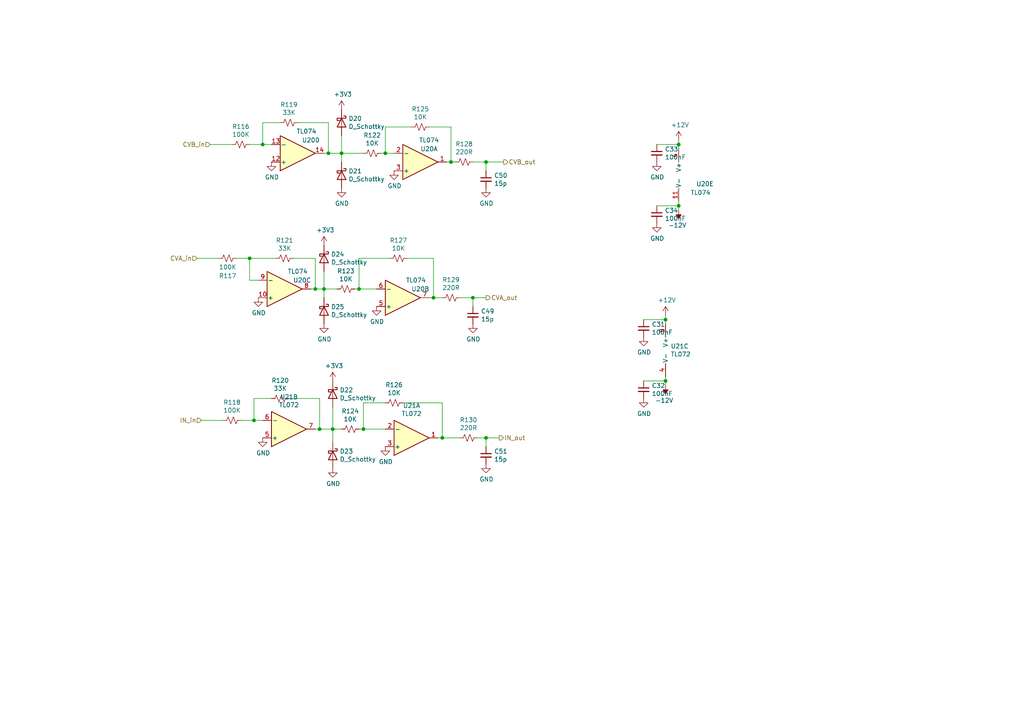
<source format=kicad_sch>
(kicad_sch (version 20211123) (generator eeschema)
  (paper "A4")
  (lib_symbols
    (symbol "Amplifier_Operational:TL072" (pin_names (offset 0.127))
      (property "Reference" "U" (at 0 5.08 0))
      (property "Value" "TL072" (at 0 -5.08 0))
      (symbol "TL072_1_1"
        (polyline (pts (xy -5.08 5.08) (xy 5.08 0) (xy -5.08 -5.08) (xy -5.08 5.08)) (stroke (width 0.254)) (fill (type background)))
        (pin output line (at 7.62 0 180) (length 2.54) (name "~") (number "1"))
        (pin input line (at -7.62 -2.54 0) (length 2.54) (name "-") (number "2"))
        (pin input line (at -7.62 2.54 0) (length 2.54) (name "+") (number "3"))
      )
      (symbol "TL072_2_1"
        (polyline (pts (xy -5.08 5.08) (xy 5.08 0) (xy -5.08 -5.08) (xy -5.08 5.08)) (stroke (width 0.254)) (fill (type background)))
        (pin input line (at -7.62 2.54 0) (length 2.54) (name "+") (number "5"))
        (pin input line (at -7.62 -2.54 0) (length 2.54) (name "-") (number "6"))
        (pin output line (at 7.62 0 180) (length 2.54) (name "~") (number "7"))
      )
      (symbol "TL072_3_1"
        (pin power_in line (at -2.54 -7.62 90) (length 3.81) (name "V-") (number "4"))
        (pin power_in line (at -2.54 7.62 270) (length 3.81) (name "V+") (number "8"))
      )
    )
    (symbol "Amplifier_Operational:TL074" (pin_names (offset 0.127))
      (property "Reference" "U" (at 0 5.08 0))
      (property "Value" "TL074" (at 0 -5.08 0))
      (symbol "TL074_1_1"
        (polyline (pts (xy -5.08 5.08) (xy 5.08 0) (xy -5.08 -5.08) (xy -5.08 5.08)) (stroke (width 0.254)) (fill (type background)))
        (pin output line (at 7.62 0 180) (length 2.54) (name "~") (number "1"))
        (pin input line (at -7.62 -2.54 0) (length 2.54) (name "-") (number "2"))
        (pin input line (at -7.62 2.54 0) (length 2.54) (name "+") (number "3"))
      )
      (symbol "TL074_2_1"
        (polyline (pts (xy -5.08 5.08) (xy 5.08 0) (xy -5.08 -5.08) (xy -5.08 5.08)) (stroke (width 0.254)) (fill (type background)))
        (pin input line (at -7.62 2.54 0) (length 2.54) (name "+") (number "5"))
        (pin input line (at -7.62 -2.54 0) (length 2.54) (name "-") (number "6"))
        (pin output line (at 7.62 0 180) (length 2.54) (name "~") (number "7"))
      )
      (symbol "TL074_3_1"
        (polyline (pts (xy -5.08 5.08) (xy 5.08 0) (xy -5.08 -5.08) (xy -5.08 5.08)) (stroke (width 0.254)) (fill (type background)))
        (pin input line (at -7.62 2.54 0) (length 2.54) (name "+") (number "10"))
        (pin output line (at 7.62 0 180) (length 2.54) (name "~") (number "8"))
        (pin input line (at -7.62 -2.54 0) (length 2.54) (name "-") (number "9"))
      )
      (symbol "TL074_4_1"
        (polyline (pts (xy -5.08 5.08) (xy 5.08 0) (xy -5.08 -5.08) (xy -5.08 5.08)) (stroke (width 0.254)) (fill (type background)))
        (pin input line (at -7.62 2.54 0) (length 2.54) (name "+") (number "12"))
        (pin input line (at -7.62 -2.54 0) (length 2.54) (name "-") (number "13"))
        (pin output line (at 7.62 0 180) (length 2.54) (name "~") (number "14"))
      )
      (symbol "TL074_5_1"
        (pin power_in line (at -2.54 -7.62 90) (length 3.81) (name "V-") (number "11"))
        (pin power_in line (at -2.54 7.62 270) (length 3.81) (name "V+") (number "4"))
      )
    )
    (symbol "Device:C_Small" (pin_numbers hide) (pin_names (offset 0.254) hide)
      (property "Reference" "C" (at 0.254 1.778 0))
      (property "Value" "C_Small" (at 0.254 -2.032 0))
      (symbol "C_Small_0_1"
        (polyline (pts (xy -1.524 -0.508) (xy 1.524 -0.508)) (stroke (width 0.3302)))
        (polyline (pts (xy -1.524 0.508) (xy 1.524 0.508)) (stroke (width 0.3048)))
      )
      (symbol "C_Small_1_1"
        (pin passive line (at 0 2.54 270) (length 2.032) (name "~") (number "1"))
        (pin passive line (at 0 -2.54 90) (length 2.032) (name "~") (number "2"))
      )
    )
    (symbol "Device:D_Schottky" (pin_numbers hide) (pin_names (offset 1.016) hide)
      (property "Reference" "D" (at 0 2.54 0))
      (property "Value" "D_Schottky" (at 0 -2.54 0))
      (symbol "D_Schottky_0_1"
        (polyline (pts (xy 1.27 0) (xy -1.27 0)))
        (polyline (pts (xy 1.27 1.27) (xy 1.27 -1.27) (xy -1.27 0) (xy 1.27 1.27)) (stroke (width 0.254)))
        (polyline (pts (xy -1.905 0.635) (xy -1.905 1.27) (xy -1.27 1.27) (xy -1.27 -1.27) (xy -0.635 -1.27) (xy -0.635 -0.635)) (stroke (width 0.254)))
      )
      (symbol "D_Schottky_1_1"
        (pin passive line (at -3.81 0 0) (length 2.54) (name "K") (number "1"))
        (pin passive line (at 3.81 0 180) (length 2.54) (name "A") (number "2"))
      )
    )
    (symbol "Device:R_Small_US" (pin_numbers hide) (pin_names (offset 0.254) hide)
      (property "Reference" "R" (at 0.762 0.508 0))
      (property "Value" "R_Small_US" (at 0.762 -1.016 0))
      (symbol "R_Small_US_1_1"
        (polyline (pts (xy 0 0) (xy 1.016 -0.381) (xy 0 -0.762) (xy -1.016 -1.143) (xy 0 -1.524)))
        (polyline (pts (xy 0 1.524) (xy 1.016 1.143) (xy 0 0.762) (xy -1.016 0.381) (xy 0 0)))
        (pin passive line (at 0 2.54 270) (length 1.016) (name "~") (number "1"))
        (pin passive line (at 0 -2.54 90) (length 1.016) (name "~") (number "2"))
      )
    )
    (symbol "power:+12V" (power) (pin_names (offset 0))
      (property "Value" "+12V" (at 0 3.556 0))
      (symbol "+12V_0_1"
        (polyline (pts (xy -0.762 1.27) (xy 0 2.54)))
        (polyline (pts (xy 0 0) (xy 0 2.54)))
        (polyline (pts (xy 0 2.54) (xy 0.762 1.27)))
      )
      (symbol "+12V_1_1"
        (pin power_in line (at 0 0 90) (length 0) hide (name "+12V") (number "1"))
      )
    )
    (symbol "power:+3.3V" (power) (pin_names (offset 0))
      (property "Value" "+3.3V" (at 0 3.556 0))
      (symbol "+3.3V_0_1"
        (polyline (pts (xy -0.762 1.27) (xy 0 2.54)))
        (polyline (pts (xy 0 0) (xy 0 2.54)))
        (polyline (pts (xy 0 2.54) (xy 0.762 1.27)))
      )
      (symbol "+3.3V_1_1"
        (pin power_in line (at 0 0 90) (length 0) hide (name "+3V3") (number "1"))
      )
    )
    (symbol "power:-12V" (power) (pin_names (offset 0))
      (property "Value" "-12V" (at 0 3.81 0))
      (symbol "-12V_0_0"
        (pin power_in line (at 0 0 90) (length 0) hide (name "-12V") (number "1"))
      )
      (symbol "-12V_0_1"
        (polyline (pts (xy 0 0) (xy 0 1.27) (xy 0.762 1.27) (xy 0 2.54) (xy -0.762 1.27) (xy 0 1.27)) (fill (type outline)))
      )
    )
    (symbol "power:GND" (power) (pin_names (offset 0))
      (property "Value" "GND" (at 0 -3.81 0))
      (symbol "GND_0_1"
        (polyline (pts (xy 0 0) (xy 0 -1.27) (xy 1.27 -1.27) (xy 0 -2.54) (xy -1.27 -1.27) (xy 0 -1.27)))
      )
      (symbol "GND_1_1"
        (pin power_in line (at 0 0 270) (length 0) hide (name "GND") (number "1"))
      )
    )
  )
  (junction (at 91.44 83.82))
  (junction (at 93.98 83.82))
  (junction (at 140.97 46.99))
  (junction (at 140.97 127))
  (junction (at 137.16 86.36))
  (junction (at 99.06 44.45))
  (junction (at 73.66 121.92))
  (junction (at 193.04 110.49))
  (junction (at 72.39 74.93))
  (junction (at 196.85 59.69))
  (junction (at 105.41 124.46))
  (junction (at 95.25 44.45))
  (junction (at 92.71 124.46))
  (junction (at 130.81 46.99))
  (junction (at 193.04 92.71))
  (junction (at 104.14 83.82))
  (junction (at 111.76 44.45))
  (junction (at 76.2 41.91))
  (junction (at 125.73 86.36))
  (junction (at 128.27 127))
  (junction (at 196.85 41.91))
  (junction (at 96.52 124.46))
  (wire (pts (xy 116.84 116.84) (xy 128.27 116.84)))
  (wire (pts (xy 99.06 39.37) (xy 99.06 44.45)))
  (wire (pts (xy 196.85 59.69) (xy 196.85 60.96)))
  (wire (pts (xy 73.66 121.92) (xy 76.2 121.92)))
  (wire (pts (xy 132.08 46.99) (xy 130.81 46.99)))
  (wire (pts (xy 196.85 58.42) (xy 196.85 59.69)))
  (wire (pts (xy 137.16 88.9) (xy 137.16 86.36)))
  (wire (pts (xy 124.46 86.36) (xy 125.73 86.36)))
  (wire (pts (xy 104.14 74.93) (xy 104.14 83.82)))
  (wire (pts (xy 193.04 92.71) (xy 193.04 93.98)))
  (wire (pts (xy 105.41 116.84) (xy 105.41 124.46)))
  (wire (pts (xy 92.71 115.57) (xy 92.71 124.46)))
  (wire (pts (xy 93.98 83.82) (xy 97.79 83.82)))
  (wire (pts (xy 190.5 41.91) (xy 196.85 41.91)))
  (wire (pts (xy 91.44 124.46) (xy 92.71 124.46)))
  (wire (pts (xy 95.25 44.45) (xy 99.06 44.45)))
  (wire (pts (xy 196.85 41.91) (xy 196.85 43.18)))
  (wire (pts (xy 133.35 127) (xy 128.27 127)))
  (wire (pts (xy 125.73 74.93) (xy 125.73 86.36)))
  (wire (pts (xy 93.98 86.36) (xy 93.98 83.82)))
  (wire (pts (xy 110.49 44.45) (xy 111.76 44.45)))
  (wire (pts (xy 96.52 124.46) (xy 96.52 118.11)))
  (wire (pts (xy 76.2 35.56) (xy 81.28 35.56)))
  (wire (pts (xy 193.04 110.49) (xy 193.04 111.76)))
  (wire (pts (xy 105.41 124.46) (xy 111.76 124.46)))
  (wire (pts (xy 64.77 121.92) (xy 58.42 121.92)))
  (wire (pts (xy 67.31 41.91) (xy 60.96 41.91)))
  (wire (pts (xy 140.97 86.36) (xy 137.16 86.36)))
  (wire (pts (xy 86.36 35.56) (xy 95.25 35.56)))
  (wire (pts (xy 99.06 44.45) (xy 105.41 44.45)))
  (wire (pts (xy 93.98 83.82) (xy 93.98 78.74)))
  (wire (pts (xy 186.69 110.49) (xy 193.04 110.49)))
  (wire (pts (xy 137.16 86.36) (xy 133.35 86.36)))
  (wire (pts (xy 63.5 74.93) (xy 57.15 74.93)))
  (wire (pts (xy 104.14 83.82) (xy 109.22 83.82)))
  (wire (pts (xy 76.2 41.91) (xy 78.74 41.91)))
  (wire (pts (xy 92.71 124.46) (xy 96.52 124.46)))
  (wire (pts (xy 72.39 81.28) (xy 74.93 81.28)))
  (wire (pts (xy 124.46 36.83) (xy 130.81 36.83)))
  (wire (pts (xy 186.69 92.71) (xy 193.04 92.71)))
  (wire (pts (xy 72.39 74.93) (xy 72.39 81.28)))
  (wire (pts (xy 95.25 35.56) (xy 95.25 44.45)))
  (wire (pts (xy 127 127) (xy 128.27 127)))
  (wire (pts (xy 72.39 41.91) (xy 76.2 41.91)))
  (wire (pts (xy 140.97 129.54) (xy 140.97 127)))
  (wire (pts (xy 113.03 74.93) (xy 104.14 74.93)))
  (wire (pts (xy 193.04 109.22) (xy 193.04 110.49)))
  (wire (pts (xy 99.06 46.99) (xy 99.06 44.45)))
  (wire (pts (xy 190.5 59.69) (xy 196.85 59.69)))
  (wire (pts (xy 91.44 74.93) (xy 91.44 83.82)))
  (wire (pts (xy 130.81 36.83) (xy 130.81 46.99)))
  (wire (pts (xy 73.66 121.92) (xy 73.66 115.57)))
  (wire (pts (xy 96.52 124.46) (xy 99.06 124.46)))
  (wire (pts (xy 69.85 121.92) (xy 73.66 121.92)))
  (wire (pts (xy 138.43 127) (xy 140.97 127)))
  (wire (pts (xy 80.01 74.93) (xy 72.39 74.93)))
  (wire (pts (xy 137.16 46.99) (xy 140.97 46.99)))
  (wire (pts (xy 140.97 49.53) (xy 140.97 46.99)))
  (wire (pts (xy 128.27 116.84) (xy 128.27 127)))
  (wire (pts (xy 73.66 115.57) (xy 78.74 115.57)))
  (wire (pts (xy 96.52 128.27) (xy 96.52 124.46)))
  (wire (pts (xy 119.38 36.83) (xy 111.76 36.83)))
  (wire (pts (xy 193.04 91.44) (xy 193.04 92.71)))
  (wire (pts (xy 102.87 83.82) (xy 104.14 83.82)))
  (wire (pts (xy 111.76 36.83) (xy 111.76 44.45)))
  (wire (pts (xy 140.97 46.99) (xy 146.05 46.99)))
  (wire (pts (xy 118.11 74.93) (xy 125.73 74.93)))
  (wire (pts (xy 76.2 41.91) (xy 76.2 35.56)))
  (wire (pts (xy 129.54 46.99) (xy 130.81 46.99)))
  (wire (pts (xy 140.97 127) (xy 144.78 127)))
  (wire (pts (xy 68.58 74.93) (xy 72.39 74.93)))
  (wire (pts (xy 128.27 86.36) (xy 125.73 86.36)))
  (wire (pts (xy 83.82 115.57) (xy 92.71 115.57)))
  (wire (pts (xy 93.98 44.45) (xy 95.25 44.45)))
  (wire (pts (xy 111.76 116.84) (xy 105.41 116.84)))
  (wire (pts (xy 91.44 83.82) (xy 93.98 83.82)))
  (wire (pts (xy 104.14 124.46) (xy 105.41 124.46)))
  (wire (pts (xy 85.09 74.93) (xy 91.44 74.93)))
  (wire (pts (xy 196.85 40.64) (xy 196.85 41.91)))
  (wire (pts (xy 90.17 83.82) (xy 91.44 83.82)))
  (wire (pts (xy 111.76 44.45) (xy 114.3 44.45)))
  (hierarchical_label "CVB_out" (shape output) (at 146.05 46.99 0))
  (hierarchical_label "CVA_out" (shape output) (at 140.97 86.36 0))
  (hierarchical_label "CVA_in" (shape input) (at 57.15 74.93 180))
  (hierarchical_label "IN_out" (shape output) (at 144.78 127 0))
  (hierarchical_label "IN_in" (shape input) (at 58.42 121.92 180))
  (hierarchical_label "CVB_in" (shape input) (at 60.96 41.91 180))
  (symbol (lib_id "Amplifier_Operational:TL074") (at 86.36 44.45 0) (mirror x) (unit 4)
    (property "Reference" "U20" (at 90.17 40.64 0))
    (property "Value" "TL074" (at 88.9 38.1 0))
    (property "Footprint" "Package_SO:SOIC-14_3.9x8.7mm_P1.27mm" (effects hide))
    (property "Datasheet" "http://www.ti.com/lit/ds/symlink/tl071.pdf" (effects hide))
  )
  (symbol (lib_id "Amplifier_Operational:TL074") (at 82.55 83.82 0) (mirror x) (unit 3)
    (property "Reference" "U20" (at 87.63 81.28 0))
    (property "Value" "TL074" (at 86.36 78.74 0))
    (property "Footprint" "Package_SO:SOIC-14_3.9x8.7mm_P1.27mm" (effects hide))
    (property "Datasheet" "http://www.ti.com/lit/ds/symlink/tl071.pdf" (effects hide))
  )
  (symbol (lib_id "Amplifier_Operational:TL074") (at 121.92 46.99 0) (mirror x) (unit 1)
    (property "Reference" "U20" (at 124.46 43.18 0))
    (property "Value" "TL074" (at 124.46 40.64 0))
    (property "Footprint" "Package_SO:SOIC-14_3.9x8.7mm_P1.27mm" (effects hide))
    (property "Datasheet" "http://www.ti.com/lit/ds/symlink/tl071.pdf" (effects hide))
  )
  (symbol (lib_id "Amplifier_Operational:TL074") (at 116.84 86.36 0) (mirror x) (unit 2)
    (property "Reference" "U20" (at 121.92 83.82 0))
    (property "Value" "TL074" (at 120.65 81.28 0))
    (property "Footprint" "Package_SO:SOIC-14_3.9x8.7mm_P1.27mm" (effects hide))
    (property "Datasheet" "http://www.ti.com/lit/ds/symlink/tl071.pdf" (effects hide))
  )
  (symbol (lib_id "Device:R_Small_US") (at 69.85 41.91 270) (unit 1)
    (property "Reference" "R116" (at 69.85 36.703 90))
    (property "Value" "100K" (at 69.85 39.0144 90))
    (property "Footprint" "Resistor_SMD:R_0805_2012Metric_Pad1.15x1.40mm_HandSolder" (effects hide))
  )
  (symbol (lib_id "Device:R_Small_US") (at 66.04 74.93 270) (unit 1)
    (property "Reference" "R117" (at 66.04 80.01 90))
    (property "Value" "100K" (at 66.04 77.47 90))
    (property "Footprint" "Resistor_SMD:R_0805_2012Metric_Pad1.15x1.40mm_HandSolder" (effects hide))
  )
  (symbol (lib_id "power:GND") (at 78.74 46.99 0) (unit 1)
    (property "Reference" "#PWR0212" (effects hide))
    (property "Value" "GND" (at 78.867 51.3842 0))
  )
  (symbol (lib_id "power:GND") (at 74.93 86.36 0) (unit 1)
    (property "Reference" "#PWR0213" (effects hide))
    (property "Value" "GND" (at 75.057 90.7542 0))
  )
  (symbol (lib_id "power:GND") (at 109.22 88.9 0) (unit 1)
    (property "Reference" "#PWR0214" (effects hide))
    (property "Value" "GND" (at 109.347 93.2942 0))
  )
  (symbol (lib_id "power:GND") (at 114.3 49.53 0) (unit 1)
    (property "Reference" "#PWR0215" (effects hide))
    (property "Value" "GND" (at 114.427 53.9242 0))
  )
  (symbol (lib_id "Device:R_Small_US") (at 83.82 35.56 270) (unit 1)
    (property "Reference" "R119" (at 83.82 30.353 90))
    (property "Value" "33K" (at 83.82 32.6644 90))
    (property "Footprint" "Resistor_SMD:R_0805_2012Metric_Pad1.15x1.40mm_HandSolder" (effects hide))
  )
  (symbol (lib_id "Device:R_Small_US") (at 107.95 44.45 270) (unit 1)
    (property "Reference" "R122" (at 107.95 39.243 90))
    (property "Value" "10K" (at 107.95 41.5544 90))
    (property "Footprint" "Resistor_SMD:R_0805_2012Metric_Pad1.15x1.40mm_HandSolder" (effects hide))
  )
  (symbol (lib_id "Device:R_Small_US") (at 121.92 36.83 270) (unit 1)
    (property "Reference" "R125" (at 121.92 31.623 90))
    (property "Value" "10K" (at 121.92 33.9344 90))
    (property "Footprint" "Resistor_SMD:R_0805_2012Metric_Pad1.15x1.40mm_HandSolder" (effects hide))
  )
  (symbol (lib_id "Device:R_Small_US") (at 82.55 74.93 270) (unit 1)
    (property "Reference" "R121" (at 82.55 69.723 90))
    (property "Value" "33K" (at 82.55 72.0344 90))
    (property "Footprint" "Resistor_SMD:R_0805_2012Metric_Pad1.15x1.40mm_HandSolder" (effects hide))
  )
  (symbol (lib_id "Device:R_Small_US") (at 100.33 83.82 270) (unit 1)
    (property "Reference" "R123" (at 100.33 78.613 90))
    (property "Value" "10K" (at 100.33 80.9244 90))
    (property "Footprint" "Resistor_SMD:R_0805_2012Metric_Pad1.15x1.40mm_HandSolder" (effects hide))
  )
  (symbol (lib_id "Device:R_Small_US") (at 115.57 74.93 270) (unit 1)
    (property "Reference" "R127" (at 115.57 69.723 90))
    (property "Value" "10K" (at 115.57 72.0344 90))
    (property "Footprint" "Resistor_SMD:R_0805_2012Metric_Pad1.15x1.40mm_HandSolder" (effects hide))
  )
  (symbol (lib_id "Device:R_Small_US") (at 130.81 86.36 270) (unit 1)
    (property "Reference" "R129" (at 130.81 81.153 90))
    (property "Value" "220R" (at 130.81 83.4644 90))
    (property "Footprint" "Resistor_SMD:R_0805_2012Metric_Pad1.15x1.40mm_HandSolder" (effects hide))
  )
  (symbol (lib_id "Device:R_Small_US") (at 134.62 46.99 270) (unit 1)
    (property "Reference" "R128" (at 134.62 41.783 90))
    (property "Value" "220R" (at 134.62 44.0944 90))
    (property "Footprint" "Resistor_SMD:R_0805_2012Metric_Pad1.15x1.40mm_HandSolder" (effects hide))
  )
  (symbol (lib_id "power:GND") (at 99.06 54.61 0) (unit 1)
    (property "Reference" "#PWR0216" (effects hide))
    (property "Value" "GND" (at 99.187 59.0042 0))
  )
  (symbol (lib_id "power:GND") (at 93.98 93.98 0) (unit 1)
    (property "Reference" "#PWR0217" (effects hide))
    (property "Value" "GND" (at 94.107 98.3742 0))
  )
  (symbol (lib_id "power:+3.3V") (at 99.06 31.75 0) (unit 1)
    (property "Reference" "#PWR0218" (effects hide))
    (property "Value" "+3.3V" (at 99.441 27.3558 0))
  )
  (symbol (lib_id "power:+3.3V") (at 93.98 71.12 0) (unit 1)
    (property "Reference" "#PWR0219" (effects hide))
    (property "Value" "+3.3V" (at 94.361 66.7258 0))
  )
  (symbol (lib_id "Device:R_Small_US") (at 67.31 121.92 270) (unit 1)
    (property "Reference" "R118" (at 67.31 116.713 90))
    (property "Value" "100K" (at 67.31 119.0244 90))
    (property "Footprint" "Resistor_SMD:R_0805_2012Metric_Pad1.15x1.40mm_HandSolder" (effects hide))
  )
  (symbol (lib_id "power:GND") (at 76.2 127 0) (unit 1)
    (property "Reference" "#PWR0220" (effects hide))
    (property "Value" "GND" (at 76.327 131.3942 0))
  )
  (symbol (lib_id "power:GND") (at 111.76 129.54 0) (unit 1)
    (property "Reference" "#PWR0221" (effects hide))
    (property "Value" "GND" (at 111.887 133.9342 0))
  )
  (symbol (lib_id "Device:R_Small_US") (at 81.28 115.57 270) (unit 1)
    (property "Reference" "R120" (at 81.28 110.363 90))
    (property "Value" "33K" (at 81.28 112.6744 90))
    (property "Footprint" "Resistor_SMD:R_0805_2012Metric_Pad1.15x1.40mm_HandSolder" (effects hide))
  )
  (symbol (lib_id "Device:R_Small_US") (at 101.6 124.46 270) (unit 1)
    (property "Reference" "R124" (at 101.6 119.253 90))
    (property "Value" "10K" (at 101.6 121.5644 90))
    (property "Footprint" "Resistor_SMD:R_0805_2012Metric_Pad1.15x1.40mm_HandSolder" (effects hide))
  )
  (symbol (lib_id "Device:R_Small_US") (at 114.3 116.84 270) (unit 1)
    (property "Reference" "R126" (at 114.3 111.633 90))
    (property "Value" "10K" (at 114.3 113.9444 90))
    (property "Footprint" "Resistor_SMD:R_0805_2012Metric_Pad1.15x1.40mm_HandSolder" (effects hide))
  )
  (symbol (lib_id "Device:R_Small_US") (at 135.89 127 270) (unit 1)
    (property "Reference" "R130" (at 135.89 121.793 90))
    (property "Value" "220R" (at 135.89 124.1044 90))
    (property "Footprint" "Resistor_SMD:R_0805_2012Metric_Pad1.15x1.40mm_HandSolder" (effects hide))
  )
  (symbol (lib_id "power:+3.3V") (at 96.52 110.49 0) (unit 1)
    (property "Reference" "#PWR0222" (effects hide))
    (property "Value" "+3.3V" (at 96.901 106.0958 0))
  )
  (symbol (lib_id "Amplifier_Operational:TL072") (at 83.82 124.46 0) (mirror x) (unit 2)
    (property "Reference" "U21" (at 83.82 115.1382 0))
    (property "Value" "TL072" (at 83.82 117.4496 0))
    (property "Footprint" "Package_SO:SOIC-8_3.9x4.9mm_P1.27mm" (effects hide))
    (property "Datasheet" "http://www.ti.com/lit/ds/symlink/tl071.pdf" (effects hide))
  )
  (symbol (lib_id "Amplifier_Operational:TL072") (at 119.38 127 0) (mirror x) (unit 1)
    (property "Reference" "U21" (at 119.38 117.6782 0))
    (property "Value" "TL072" (at 119.38 119.9896 0))
    (property "Footprint" "Package_SO:SOIC-8_3.9x4.9mm_P1.27mm" (effects hide))
    (property "Datasheet" "http://www.ti.com/lit/ds/symlink/tl071.pdf" (effects hide))
  )
  (symbol (lib_id "power:GND") (at 96.52 135.89 0) (unit 1)
    (property "Reference" "#PWR0223" (effects hide))
    (property "Value" "GND" (at 96.647 140.2842 0))
  )
  (symbol (lib_id "Amplifier_Operational:TL074") (at 199.39 50.8 0) (unit 5)
    (property "Reference" "U20" (at 204.47 53.34 0))
    (property "Value" "TL074" (at 203.2 55.88 0))
    (property "Footprint" "Package_SO:SOIC-14_3.9x8.7mm_P1.27mm" (effects hide))
    (property "Datasheet" "http://www.ti.com/lit/ds/symlink/tl071.pdf" (effects hide))
  )
  (symbol (lib_id "power:+12V") (at 196.85 40.64 0) (unit 1)
    (property "Reference" "#PWR0224" (effects hide))
    (property "Value" "+12V" (at 197.231 36.2458 0))
  )
  (symbol (lib_id "power:-12V") (at 196.85 60.96 180) (unit 1)
    (property "Reference" "#PWR0225" (effects hide))
    (property "Value" "-12V" (at 196.469 65.3542 0))
  )
  (symbol (lib_id "Device:C_Small") (at 190.5 44.45 0) (unit 1)
    (property "Reference" "C33" (at 192.8368 43.2816 0) (effects (justify left)))
    (property "Value" "100nF" (at 192.8368 45.593 0) (effects (justify left)))
    (property "Footprint" "Capacitor_SMD:C_0805_2012Metric_Pad1.15x1.40mm_HandSolder" (effects hide))
  )
  (symbol (lib_id "Device:C_Small") (at 190.5 62.23 0) (unit 1)
    (property "Reference" "C34" (at 192.8368 61.0616 0) (effects (justify left)))
    (property "Value" "100nF" (at 192.8368 63.373 0) (effects (justify left)))
    (property "Footprint" "Capacitor_SMD:C_0805_2012Metric_Pad1.15x1.40mm_HandSolder" (effects hide))
  )
  (symbol (lib_id "power:GND") (at 190.5 46.99 0) (unit 1)
    (property "Reference" "#PWR0226" (effects hide))
    (property "Value" "GND" (at 190.627 51.3842 0))
  )
  (symbol (lib_id "power:GND") (at 190.5 64.77 0) (unit 1)
    (property "Reference" "#PWR0227" (effects hide))
    (property "Value" "GND" (at 190.627 69.1642 0))
  )
  (symbol (lib_id "power:+12V") (at 193.04 91.44 0) (unit 1)
    (property "Reference" "#PWR0228" (effects hide))
    (property "Value" "+12V" (at 193.421 87.0458 0))
  )
  (symbol (lib_id "power:-12V") (at 193.04 111.76 180) (unit 1)
    (property "Reference" "#PWR0229" (effects hide))
    (property "Value" "-12V" (at 192.659 116.1542 0))
  )
  (symbol (lib_id "Device:C_Small") (at 186.69 95.25 0) (unit 1)
    (property "Reference" "C31" (at 189.0268 94.0816 0) (effects (justify left)))
    (property "Value" "100nF" (at 189.0268 96.393 0) (effects (justify left)))
    (property "Footprint" "Capacitor_SMD:C_0805_2012Metric_Pad1.15x1.40mm_HandSolder" (effects hide))
  )
  (symbol (lib_id "Device:C_Small") (at 186.69 113.03 0) (unit 1)
    (property "Reference" "C32" (at 189.0268 111.8616 0) (effects (justify left)))
    (property "Value" "100nF" (at 189.0268 114.173 0) (effects (justify left)))
    (property "Footprint" "Capacitor_SMD:C_0805_2012Metric_Pad1.15x1.40mm_HandSolder" (effects hide))
  )
  (symbol (lib_id "power:GND") (at 186.69 97.79 0) (unit 1)
    (property "Reference" "#PWR0230" (effects hide))
    (property "Value" "GND" (at 186.817 102.1842 0))
  )
  (symbol (lib_id "power:GND") (at 186.69 115.57 0) (unit 1)
    (property "Reference" "#PWR0231" (effects hide))
    (property "Value" "GND" (at 186.817 119.9642 0))
  )
  (symbol (lib_id "Amplifier_Operational:TL072") (at 195.58 101.6 0) (unit 3)
    (property "Reference" "U21" (at 194.5132 100.4316 0) (effects (justify left)))
    (property "Value" "TL072" (at 194.5132 102.743 0) (effects (justify left)))
    (property "Footprint" "Package_SO:SOIC-8_3.9x4.9mm_P1.27mm" (effects hide))
    (property "Datasheet" "http://www.ti.com/lit/ds/symlink/tl071.pdf" (effects hide))
  )
  (symbol (lib_id "Device:D_Schottky") (at 99.06 35.56 270) (unit 1)
    (property "Reference" "D20" (at 101.0666 34.3916 90) (effects (justify left)))
    (property "Value" "D_Schottky" (at 101.0666 36.703 90) (effects (justify left)))
    (property "Footprint" "Resistor_SMD:R_0805_2012Metric_Pad1.15x1.40mm_HandSolder" (effects hide))
  )
  (symbol (lib_id "Device:D_Schottky") (at 99.06 50.8 270) (unit 1)
    (property "Reference" "D21" (at 101.0666 49.6316 90) (effects (justify left)))
    (property "Value" "D_Schottky" (at 101.0666 51.943 90) (effects (justify left)))
    (property "Footprint" "Resistor_SMD:R_0805_2012Metric_Pad1.15x1.40mm_HandSolder" (effects hide))
  )
  (symbol (lib_id "Device:D_Schottky") (at 93.98 74.93 270) (unit 1)
    (property "Reference" "D24" (at 95.9866 73.7616 90) (effects (justify left)))
    (property "Value" "D_Schottky" (at 95.9866 76.073 90) (effects (justify left)))
    (property "Footprint" "Resistor_SMD:R_0805_2012Metric_Pad1.15x1.40mm_HandSolder" (effects hide))
  )
  (symbol (lib_id "Device:D_Schottky") (at 93.98 90.17 270) (unit 1)
    (property "Reference" "D25" (at 95.9866 89.0016 90) (effects (justify left)))
    (property "Value" "D_Schottky" (at 95.9866 91.313 90) (effects (justify left)))
    (property "Footprint" "Resistor_SMD:R_0805_2012Metric_Pad1.15x1.40mm_HandSolder" (effects hide))
  )
  (symbol (lib_id "Device:D_Schottky") (at 96.52 114.3 270) (unit 1)
    (property "Reference" "D22" (at 98.5266 113.1316 90) (effects (justify left)))
    (property "Value" "D_Schottky" (at 98.5266 115.443 90) (effects (justify left)))
    (property "Footprint" "Resistor_SMD:R_0805_2012Metric_Pad1.15x1.40mm_HandSolder" (effects hide))
  )
  (symbol (lib_id "Device:D_Schottky") (at 96.52 132.08 270) (unit 1)
    (property "Reference" "D23" (at 98.5266 130.9116 90) (effects (justify left)))
    (property "Value" "D_Schottky" (at 98.5266 133.223 90) (effects (justify left)))
    (property "Footprint" "Resistor_SMD:R_0805_2012Metric_Pad1.15x1.40mm_HandSolder" (effects hide))
  )
  (symbol (lib_id "Device:C_Small") (at 140.97 52.07 0) (unit 1)
    (property "Reference" "C50" (at 143.3068 50.9016 0) (effects (justify left)))
    (property "Value" "15p" (at 143.3068 53.213 0) (effects (justify left)))
    (property "Footprint" "Capacitor_SMD:C_0805_2012Metric_Pad1.18x1.45mm_HandSolder" (effects hide))
  )
  (symbol (lib_id "Device:C_Small") (at 137.16 91.44 0) (unit 1)
    (property "Reference" "C49" (at 139.4968 90.2716 0) (effects (justify left)))
    (property "Value" "15p" (at 139.4968 92.583 0) (effects (justify left)))
    (property "Footprint" "Capacitor_SMD:C_0805_2012Metric_Pad1.18x1.45mm_HandSolder" (effects hide))
  )
  (symbol (lib_id "Device:C_Small") (at 140.97 132.08 0) (unit 1)
    (property "Reference" "C51" (at 143.3068 130.9116 0) (effects (justify left)))
    (property "Value" "15p" (at 143.3068 133.223 0) (effects (justify left)))
    (property "Footprint" "Capacitor_SMD:C_0805_2012Metric_Pad1.18x1.45mm_HandSolder" (effects hide))
  )
  (symbol (lib_id "power:GND") (at 137.16 93.98 0) (unit 1)
    (property "Reference" "#PWR059" (effects hide))
    (property "Value" "GND" (at 137.287 98.3742 0))
  )
  (symbol (lib_id "power:GND") (at 140.97 54.61 0) (unit 1)
    (property "Reference" "#PWR060" (effects hide))
    (property "Value" "GND" (at 141.097 59.0042 0))
  )
  (symbol (lib_id "power:GND") (at 140.97 134.62 0) (unit 1)
    (property "Reference" "#PWR061" (effects hide))
    (property "Value" "GND" (at 141.097 139.0142 0))
  )
)
</source>
